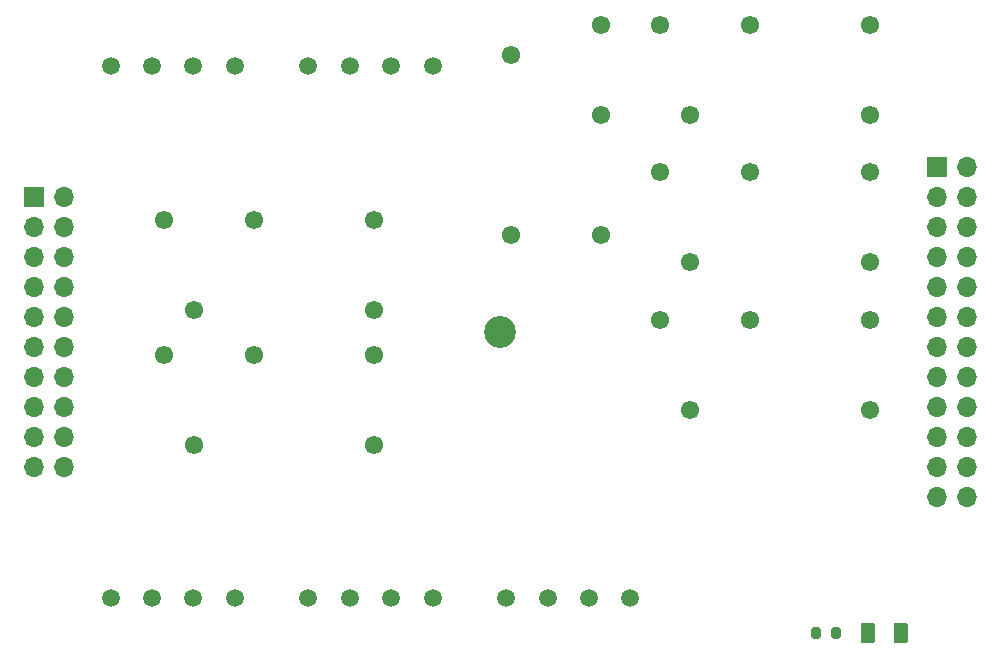
<source format=gbr>
%TF.GenerationSoftware,KiCad,Pcbnew,(6.0.4)*%
%TF.CreationDate,2022-03-25T16:17:33-04:00*%
%TF.ProjectId,relay_board,72656c61-795f-4626-9f61-72642e6b6963,rev?*%
%TF.SameCoordinates,Original*%
%TF.FileFunction,Soldermask,Top*%
%TF.FilePolarity,Negative*%
%FSLAX46Y46*%
G04 Gerber Fmt 4.6, Leading zero omitted, Abs format (unit mm)*
G04 Created by KiCad (PCBNEW (6.0.4)) date 2022-03-25 16:17:33*
%MOMM*%
%LPD*%
G01*
G04 APERTURE LIST*
G04 Aperture macros list*
%AMRoundRect*
0 Rectangle with rounded corners*
0 $1 Rounding radius*
0 $2 $3 $4 $5 $6 $7 $8 $9 X,Y pos of 4 corners*
0 Add a 4 corners polygon primitive as box body*
4,1,4,$2,$3,$4,$5,$6,$7,$8,$9,$2,$3,0*
0 Add four circle primitives for the rounded corners*
1,1,$1+$1,$2,$3*
1,1,$1+$1,$4,$5*
1,1,$1+$1,$6,$7*
1,1,$1+$1,$8,$9*
0 Add four rect primitives between the rounded corners*
20,1,$1+$1,$2,$3,$4,$5,0*
20,1,$1+$1,$4,$5,$6,$7,0*
20,1,$1+$1,$6,$7,$8,$9,0*
20,1,$1+$1,$8,$9,$2,$3,0*%
G04 Aperture macros list end*
%ADD10C,1.549400*%
%ADD11C,1.498600*%
%ADD12R,1.700000X1.700000*%
%ADD13O,1.700000X1.700000*%
%ADD14RoundRect,0.200000X-0.200000X-0.275000X0.200000X-0.275000X0.200000X0.275000X-0.200000X0.275000X0*%
%ADD15C,2.700000*%
%ADD16RoundRect,0.250000X-0.375000X-0.625000X0.375000X-0.625000X0.375000X0.625000X-0.375000X0.625000X0*%
G04 APERTURE END LIST*
D10*
%TO.C,Ue*%
X174000000Y-88500000D03*
X181620000Y-88500000D03*
X191780000Y-88500000D03*
X191780000Y-96120000D03*
X176540000Y-96120000D03*
%TD*%
D11*
%TO.C,J1*%
X169500000Y-120500000D03*
X173000001Y-120500000D03*
X176500001Y-120500000D03*
X180000002Y-120500000D03*
%TD*%
D10*
%TO.C,U4*%
X216000000Y-84500000D03*
X223620000Y-84500000D03*
X233780000Y-84500000D03*
X233780000Y-92120000D03*
X218540000Y-92120000D03*
%TD*%
%TO.C,U5*%
X203380000Y-74590000D03*
X203380000Y-89830000D03*
X211000000Y-89830000D03*
X211000000Y-79670000D03*
X211000000Y-72050000D03*
%TD*%
D11*
%TO.C,J7*%
X180000000Y-75500000D03*
X176499999Y-75500000D03*
X172999999Y-75500000D03*
X169499998Y-75500000D03*
%TD*%
D10*
%TO.C,U2*%
X174000000Y-100000000D03*
X181620000Y-100000000D03*
X191780000Y-100000000D03*
X191780000Y-107620000D03*
X176540000Y-107620000D03*
%TD*%
%TO.C,U6*%
X216000000Y-72000000D03*
X223620000Y-72000000D03*
X233780000Y-72000000D03*
X233780000Y-79620000D03*
X218540000Y-79620000D03*
%TD*%
D12*
%TO.C,J6*%
X239500000Y-84030000D03*
D13*
X242040000Y-84030000D03*
X239500000Y-86570000D03*
X242040000Y-86570000D03*
X239500000Y-89110000D03*
X242040000Y-89110000D03*
X239500000Y-91650000D03*
X242040000Y-91650000D03*
X239500000Y-94190000D03*
X242040000Y-94190000D03*
X239500000Y-96730000D03*
X242040000Y-96730000D03*
X239500000Y-99270000D03*
X242040000Y-99270000D03*
X239500000Y-101810000D03*
X242040000Y-101810000D03*
X239500000Y-104350000D03*
X242040000Y-104350000D03*
X239500000Y-106890000D03*
X242040000Y-106890000D03*
X239500000Y-109430000D03*
X242040000Y-109430000D03*
X239500000Y-111970000D03*
X242040000Y-111970000D03*
%TD*%
D11*
%TO.C,J*%
X203000000Y-120500000D03*
X206500001Y-120500000D03*
X210000001Y-120500000D03*
X213500002Y-120500000D03*
%TD*%
D14*
%TO.C,R1*%
X229225000Y-123500000D03*
X230875000Y-123500000D03*
%TD*%
D11*
%TO.C,J2*%
X186250000Y-120500000D03*
X189750001Y-120500000D03*
X193250001Y-120500000D03*
X196750002Y-120500000D03*
%TD*%
D15*
%TO.C,REF\u002A\u002A*%
X202500000Y-98000000D03*
%TD*%
D11*
%TO.C,J4*%
X196750000Y-75500000D03*
X193249999Y-75500000D03*
X189749999Y-75500000D03*
X186249998Y-75500000D03*
%TD*%
D12*
%TO.C,J5*%
X163000000Y-86570000D03*
D13*
X165540000Y-86570000D03*
X163000000Y-89110000D03*
X165540000Y-89110000D03*
X163000000Y-91650000D03*
X165540000Y-91650000D03*
X163000000Y-94190000D03*
X165540000Y-94190000D03*
X163000000Y-96730000D03*
X165540000Y-96730000D03*
X163000000Y-99270000D03*
X165540000Y-99270000D03*
X163000000Y-101810000D03*
X165540000Y-101810000D03*
X163000000Y-104350000D03*
X165540000Y-104350000D03*
X163000000Y-106890000D03*
X165540000Y-106890000D03*
X163000000Y-109430000D03*
X165540000Y-109430000D03*
%TD*%
D10*
%TO.C,U1*%
X216000000Y-97000000D03*
X223620000Y-97000000D03*
X233780000Y-97000000D03*
X233780000Y-104620000D03*
X218540000Y-104620000D03*
%TD*%
D16*
%TO.C,D1*%
X233600000Y-123500000D03*
X236400000Y-123500000D03*
%TD*%
M02*

</source>
